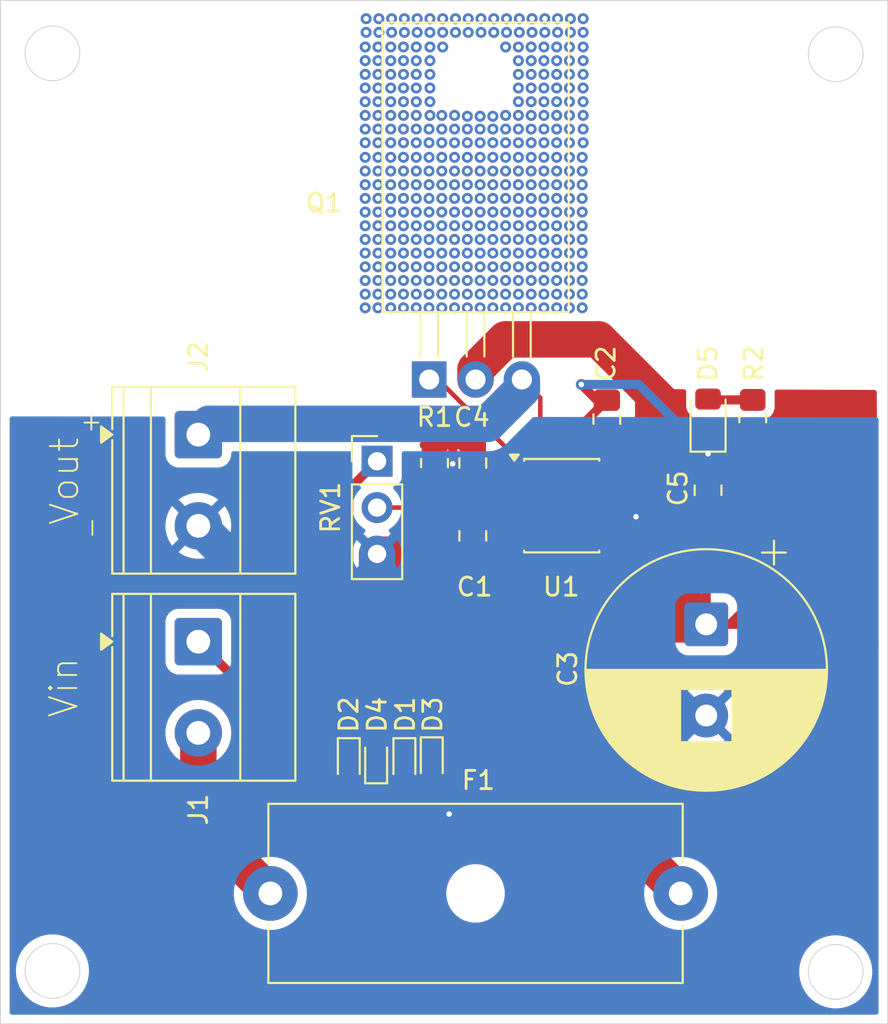
<source format=kicad_pcb>
(kicad_pcb (version 20241229) (generator "pcbnew") (generator_version "9.0")
  (layers (0 "F.Cu" signal) (2 "B.Cu" signal) (13 "F.Paste" user) (15 "B.Paste" user) (5 "F.SilkS" user "F.Silkscreen") (7 "B.SilkS" user "B.Silkscreen") (1 "F.Mask" user) (3 "B.Mask" user) (25 "Edge.Cuts" user))
  (net 0 "")
  (net 1 "Net-(U1A-+)")
  (net 2 "GND")
  (net 3 "VCC")
  (net 4 "Net-(J2-Pin_1)")
  (net 5 "Net-(D1-K)")
  (net 6 "Net-(D2-K)")
  (net 7 "Net-(D5-A)")
  (net 8 "Net-(J1-Pin_2)")
  (net 9 "Net-(Q1-B)")
  (footprint "Capacitor_SMD:C_0805_2012Metric_Pad1.18x1.45mm_HandSolder" (layer "F.Cu") (at 140.3 90.5975 90)
    (property "Reference" "C2" (at 3.0475 -0.05 90) (layer "F.SilkS"))
    (property "Value" "100n")
    (pad "1" smd roundrect (at -1.0375 0 90) (size 1.175 1.45) (layers "F.Cu" "F.Mask" "F.Paste") (roundrect_rratio 0.212766) (net 3 "VCC"))
    (pad "2" smd roundrect (at 1.0375 0 90) (size 1.175 1.45) (layers "F.Cu" "F.Mask" "F.Paste") (roundrect_rratio 0.212766) (net 2 "GND"))
  )
  (footprint "Resistor_SMD:R_0805_2012Metric_Pad1.20x1.40mm_HandSolder" (layer "F.Cu") (at 130.85 93.01 90)
    (property "Reference" "R1" (at 2.51 0 180) (layer "F.SilkS"))
    (property "Value" "100k")
    (pad "1" smd roundrect (at -1 0 90) (size 1.2 1.4) (layers "F.Cu" "F.Mask" "F.Paste") (roundrect_rratio 0.208333) (net 4 "Net-(J2-Pin_1)"))
    (pad "2" smd roundrect (at 1 0 90) (size 1.2 1.4) (layers "F.Cu" "F.Mask" "F.Paste") (roundrect_rratio 0.208333) (net 2 "GND"))
  )
  (footprint "Diode_SMD:D_SOD-523" (layer "F.Cu") (at 126.15 109.35 -90)
    (property "Reference" "D4" (at -2.55 -1.55 90) (layer "F.SilkS"))
    (property "Value" "M7")
    (pad "1" smd roundrect (at -0.7 0 90) (size 0.6 0.7) (layers "F.Cu" "F.Mask" "F.Paste") (net 3 "VCC"))
    (pad "2" smd roundrect (at 0.7 0 90) (size 0.6 0.7) (layers "F.Cu" "F.Mask" "F.Paste") (net 6 "Net-(D2-K)"))
  )
  (footprint "Diode_SMD:D_SOD-523" (layer "F.Cu") (at 130.7 109.305 -90)
    (property "Reference" "D3" (at -2.505 -0.05 90) (layer "F.SilkS"))
    (property "Value" "M7")
    (pad "1" smd roundrect (at -0.7 0 90) (size 0.6 0.7) (layers "F.Cu" "F.Mask" "F.Paste") (net 3 "VCC"))
    (pad "2" smd roundrect (at 0.7 0 90) (size 0.6 0.7) (layers "F.Cu" "F.Mask" "F.Paste") (net 5 "Net-(D1-K)"))
  )
  (footprint "Package_SO:SOIC-8_3.9x4.9mm_P1.27mm" (layer "F.Cu") (at 137.825 95.345)
    (property "Reference" "U1" (at -0.025 4.455 0) (layer "F.SilkS"))
    (property "Value" "LM358")
    (pad "1" smd roundrect (at -2.475 -1.905) (size 1.95 0.6) (layers "F.Cu" "F.Mask" "F.Paste") (net 9 "Net-(Q1-B)"))
    (pad "2" smd roundrect (at -2.475 -0.635) (size 1.95 0.6) (layers "F.Cu" "F.Mask" "F.Paste") (net 4 "Net-(J2-Pin_1)"))
    (pad "3" smd roundrect (at -2.475 0.635) (size 1.95 0.6) (layers "F.Cu" "F.Mask" "F.Paste") (net 1 "Net-(U1A-+)"))
    (pad "4" smd roundrect (at -2.475 1.905) (size 1.95 0.6) (layers "F.Cu" "F.Mask" "F.Paste") (net 2 "GND"))
    (pad "5" smd roundrect (at 2.475 1.905) (size 1.95 0.6) (layers "F.Cu" "F.Mask" "F.Paste") (net 2 "GND"))
    (pad "6" smd roundrect (at 2.475 0.635) (size 1.95 0.6) (layers "F.Cu" "F.Mask" "F.Paste") (net 2 "GND"))
    (pad "7" smd roundrect (at 2.475 -0.635) (size 1.95 0.6) (layers "F.Cu" "F.Mask" "F.Paste"))
    (pad "8" smd roundrect (at 2.475 -1.905) (size 1.95 0.6) (layers "F.Cu" "F.Mask" "F.Paste") (net 3 "VCC"))
  )
  (footprint "Package_TO_SOT_THT:TO-220-3_Horizontal_TabDown" (layer "F.Cu") (at 130.56 88.43)
    (property "Reference" "Q1" (at -5.76 -9.68 0) (layer "F.SilkS"))
    (property "Value" "TIP127")
    (pad "" np_thru_hole circle (at 2.54 -16.66) (size 3.5 3.5) (drill 3.5) (layers "*.Cu" "*.Mask"))
    (pad "1" thru_hole rect (at 0 0) (size 1.905 2) (drill 1.1) (layers "*.Cu" "*.Mask") (net 9 "Net-(Q1-B)"))
    (pad "2" thru_hole oval (at 2.54 0) (size 1.905 2) (drill 1.1) (layers "*.Cu" "*.Mask") (net 3 "VCC"))
    (pad "3" thru_hole oval (at 5.08 0) (size 1.905 2) (drill 1.1) (layers "*.Cu" "*.Mask") (net 4 "Net-(J2-Pin_1)"))
  )
  (footprint "Capacitor_SMD:C_0805_2012Metric_Pad1.18x1.45mm_HandSolder" (layer "F.Cu") (at 132.95 96.9975 -90)
    (property "Reference" "C1" (at 2.8025 -0.1 180) (layer "F.SilkS"))
    (property "Value" "100n")
    (pad "1" smd roundrect (at -1.0375 0 270) (size 1.175 1.45) (layers "F.Cu" "F.Mask" "F.Paste") (roundrect_rratio 0.212766) (net 1 "Net-(U1A-+)"))
    (pad "2" smd roundrect (at 1.0375 0 270) (size 1.175 1.45) (layers "F.Cu" "F.Mask" "F.Paste") (roundrect_rratio 0.212766) (net 2 "GND"))
  )
  (footprint "LED_SMD:LED_0805_2012Metric_Pad1.15x1.40mm_HandSolder" (layer "F.Cu") (at 145.85 90.525 90)
    (property "Reference" "D5" (at 2.975 0 90) (layer "F.SilkS"))
    (property "Value" "LED")
    (pad "1" smd roundrect (at -1.025 0 90) (size 1.15 1.4) (layers "F.Cu" "F.Mask" "F.Paste") (roundrect_rratio 0.217391) (net 2 "GND"))
    (pad "2" smd roundrect (at 1.025 0 90) (size 1.15 1.4) (layers "F.Cu" "F.Mask" "F.Paste") (roundrect_rratio 0.217391) (net 7 "Net-(D5-A)"))
  )
  (footprint "Capacitor_SMD:C_0805_2012Metric_Pad1.18x1.45mm_HandSolder" (layer "F.Cu") (at 145.85 94.5 90)
    (property "Reference" "C5" (at 0.1 -1.65 90) (layer "F.SilkS"))
    (property "Value" "100n")
    (pad "1" smd roundrect (at -1.0375 0 90) (size 1.175 1.45) (layers "F.Cu" "F.Mask" "F.Paste") (roundrect_rratio 0.212766) (net 3 "VCC"))
    (pad "2" smd roundrect (at 1.0375 0 90) (size 1.175 1.45) (layers "F.Cu" "F.Mask" "F.Paste") (roundrect_rratio 0.212766) (net 2 "GND"))
  )
  (footprint "Capacitor_THT:CP_Radial_D13.0mm_P5.00mm" (layer "F.Cu") (at 145.75 101.85 -90)
    (property "Reference" "C3" (at 2.45 7.6 90) (layer "F.SilkS"))
    (property "Value" "1000u 50V")
    (pad "1" thru_hole roundrect (at 0 0 270) (size 2.4 2.4) (drill 1.2) (layers "*.Cu" "*.Mask") (roundrect_rratio 0.104167) (net 3 "VCC"))
    (pad "2" thru_hole circle (at 5 0 270) (size 2.4 2.4) (drill 1.2) (layers "*.Cu" "*.Mask") (net 2 "GND"))
  )
  (footprint "Capacitor_SMD:C_0805_2012Metric_Pad1.18x1.45mm_HandSolder" (layer "F.Cu") (at 132.95 93.01 90)
    (property "Reference" "C4" (at 2.51 -0.05 180) (layer "F.SilkS"))
    (property "Value" "100n")
    (pad "1" smd roundrect (at -1.0375 0 90) (size 1.175 1.45) (layers "F.Cu" "F.Mask" "F.Paste") (roundrect_rratio 0.212766) (net 4 "Net-(J2-Pin_1)"))
    (pad "2" smd roundrect (at 1.0375 0 90) (size 1.175 1.45) (layers "F.Cu" "F.Mask" "F.Paste") (roundrect_rratio 0.212766) (net 2 "GND"))
  )
  (footprint "TerminalBlock_Phoenix:TerminalBlock_Phoenix_MKDS-1,5-2_1x02_P5.00mm_Horizontal" (layer "F.Cu") (at 117.9 91.45 -90)
    (property "Reference" "J2" (at -4.25 0 90) (layer "F.SilkS"))
    (property "Value" "Saida")
    (pad "1" thru_hole roundrect (at 0 0 270) (size 2.6 2.6) (drill 1.3) (layers "*.Cu" "*.Mask") (roundrect_rratio 0.096154) (net 4 "Net-(J2-Pin_1)"))
    (pad "2" thru_hole circle (at 5 0 270) (size 2.6 2.6) (drill 1.3) (layers "*.Cu" "*.Mask") (net 2 "GND"))
  )
  (footprint "Diode_SMD:D_SOD-523" (layer "F.Cu") (at 129.2 109.35 -90)
    (property "Reference" "D1" (at -2.55 -0.05 90) (layer "F.SilkS"))
    (property "Value" "M7")
    (pad "1" smd roundrect (at -0.7 0 90) (size 0.6 0.7) (layers "F.Cu" "F.Mask" "F.Paste") (net 5 "Net-(D1-K)"))
    (pad "2" smd roundrect (at 0.7 0 90) (size 0.6 0.7) (layers "F.Cu" "F.Mask" "F.Paste") (net 2 "GND"))
  )
  (footprint "Connector_PinHeader_2.54mm:PinHeader_1x03_P2.54mm_Vertical" (layer "F.Cu") (at 127.7 92.91)
    (property "Reference" "RV1" (at -2.55 2.54 90) (layer "F.SilkS"))
    (property "Value" "100k")
    (pad "1" thru_hole rect (at 0 0) (size 1.7 1.7) (drill 1) (layers "*.Cu" "*.Mask") (net 3 "VCC"))
    (pad "2" thru_hole circle (at 0 2.54) (size 1.7 1.7) (drill 1) (layers "*.Cu" "*.Mask") (net 1 "Net-(U1A-+)"))
    (pad "3" thru_hole circle (at 0 5.08) (size 1.7 1.7) (drill 1) (layers "*.Cu" "*.Mask") (net 2 "GND"))
  )
  (footprint "TerminalBlock_Phoenix:TerminalBlock_Phoenix_MKDS-1,5-2_1x02_P5.00mm_Horizontal" (layer "F.Cu") (at 117.9 102.8 -90)
    (property "Reference" "J1" (at 9.2 0 90) (layer "F.SilkS"))
    (property "Value" "Entrada")
    (pad "1" thru_hole roundrect (at 0 0 270) (size 2.6 2.6) (drill 1.3) (layers "*.Cu" "*.Mask") (roundrect_rratio 0.096154) (net 6 "Net-(D2-K)"))
    (pad "2" thru_hole circle (at 5 0 270) (size 2.6 2.6) (drill 1.3) (layers "*.Cu" "*.Mask") (net 8 "Net-(J1-Pin_2)"))
  )
  (footprint "Diode_SMD:D_SOD-523" (layer "F.Cu") (at 127.65 109.305 90)
    (property "Reference" "D2" (at 2.505 -1.5 90) (layer "F.SilkS"))
    (property "Value" "M7")
    (pad "1" smd roundrect (at -0.7 0 270) (size 0.6 0.7) (layers "F.Cu" "F.Mask" "F.Paste") (net 6 "Net-(D2-K)"))
    (pad "2" smd roundrect (at 0.7 0 270) (size 0.6 0.7) (layers "F.Cu" "F.Mask" "F.Paste") (net 2 "GND"))
  )
  (footprint "Fuse:Fuseholder_Cylinder-5x20mm_Schurter_0031_8201_Horizontal_Open" (layer "F.Cu") (at 121.85 116.6)
    (property "Reference" "F1" (at 11.4 -6.2 0) (layer "F.SilkS"))
    (property "Value" "Fuse")
    (pad "" np_thru_hole circle (at 11.25 0) (size 2.7 2.7) (drill 2.7) (layers "*.Cu" "*.Mask"))
    (pad "1" thru_hole circle (at 0 0) (size 3 3) (drill 1.3) (layers "*.Cu" "*.Mask") (net 8 "Net-(J1-Pin_2)"))
    (pad "2" thru_hole circle (at 22.5 0) (size 3 3) (drill 1.3) (layers "*.Cu" "*.Mask") (net 5 "Net-(D1-K)"))
  )
  (footprint "Resistor_SMD:R_0805_2012Metric_Pad1.20x1.40mm_HandSolder" (layer "F.Cu") (at 148.3 90.5475 90)
    (property "Reference" "R2" (at 2.9975 0.05 90) (layer "F.SilkS"))
    (property "Value" "1k")
    (pad "1" smd roundrect (at -1 0 90) (size 1.2 1.4) (layers "F.Cu" "F.Mask" "F.Paste") (roundrect_rratio 0.208333) (net 3 "VCC"))
    (pad "2" smd roundrect (at 1 0 90) (size 1.2 1.4) (layers "F.Cu" "F.Mask" "F.Paste") (roundrect_rratio 0.208333) (net 7 "Net-(D5-A)"))
  )
  (gr_circle (center 109.9 120.85) (end 111.4 120.85) (stroke (width 0.05)) (fill no) (layer "Edge.Cuts"))
  (gr_circle (center 152.85 70.6) (end 154.35 70.6) (stroke (width 0.05)) (fill no) (layer "Edge.Cuts"))
  (gr_rect (start 107.05 67.65) (end 155.7 123.75) (stroke (width 0.05)) (fill no) (layer "Edge.Cuts"))
  (gr_circle (center 109.9 70.55) (end 111.4 70.55) (stroke (width 0.05)) (fill no) (layer "Edge.Cuts"))
  (gr_circle (center 152.85 120.9) (end 154.35 120.9) (stroke (width 0.05)) (fill no) (layer "Edge.Cuts"))
  (gr_text "+" (at 111.35 91.3 0) (layer "F.SilkS") (effects (font (size 1 1) (thickness 0.1)) (justify left bottom)))
  (gr_text "Vin" (at 111.4 107.05 90) (layer "F.SilkS") (effects (font (size 1.5 1.5) (thickness 0.1)) (justify left bottom)))
  (gr_text "Vout" (at 111.45 96.5 90) (layer "F.SilkS") (effects (font (size 1.5 1.5) (thickness 0.1)) (justify left bottom)))
  (gr_text "-" (at 112.6 97.25 90) (layer "F.SilkS") (effects (font (size 1 1) (thickness 0.1)) (justify left bottom)))
  (segment (start 132.51 95.96) (end 132 95.45) (width 0.25) (layer "F.Cu") (net 1))
  (segment (start 132.97 95.98) (end 132.95 95.96) (width 0.25) (layer "F.Cu") (net 1))
  (segment (start 132.95 95.96) (end 132.51 95.96) (width 0.25) (layer "F.Cu") (net 1))
  (segment (start 132 95.45) (end 127.7 95.45) (width 0.25) (layer "F.Cu") (net 1))
  (segment (start 135.35 95.98) (end 132.97 95.98) (width 0.25) (layer "F.Cu") (net 1))
  (segment (start 130.85 92.01) (end 131.85 92.01) (width 0.5) (layer "F.Cu") (net 2))
  (segment (start 140.3 95.98) (end 139.325001 95.98) (width 0.5) (layer "F.Cu") (net 2))
  (segment (start 140.3 97.25) (end 140.3 95.98) (width 0.5) (layer "F.Cu") (net 2))
  (segment (start 145.85 93.4625) (end 145.85 92.5) (width 0.5) (layer "F.Cu") (net 2))
  (segment (start 127.745 98.035) (end 127.7 97.99) (width 2) (layer "F.Cu") (net 2))
  (segment (start 138.874 95.528999) (end 138.874 90.986) (width 0.5) (layer "F.Cu") (net 2))
  (segment (start 135.35 97.25) (end 140.3 97.25) (width 0.5) (layer "F.Cu") (net 2))
  (segment (start 131.85 92.01) (end 131.85 93.05) (width 0.5) (layer "F.Cu") (net 2))
  (segment (start 132.9125 92.01) (end 132.95 91.9725) (width 0.5) (layer "F.Cu") (net 2))
  (segment (start 141.87 95.98) (end 141.9 95.95) (width 0.5) (layer "F.Cu") (net 2))
  (segment (start 138.874 90.986) (end 140.3 89.56) (width 0.5) (layer "F.Cu") (net 2))
  (segment (start 129.2 110.05) (end 129.095 110.05) (width 0.5) (layer "F.Cu") (net 2))
  (segment (start 140.3 95.98) (end 141.87 95.98) (width 0.5) (layer "F.Cu") (net 2))
  (segment (start 134.565 98.035) (end 135.35 97.25) (width 0.5) (layer "F.Cu") (net 2))
  (segment (start 130.842976 112.25) (end 131.65 112.25) (width 0.5) (layer "F.Cu") (net 2))
  (segment (start 139.76 89.56) (end 138.9 88.7) (width 0.5) (layer "F.Cu") (net 2))
  (segment (start 129.2 110.05) (end 129.2 110.607024) (width 0.5) (layer "F.Cu") (net 2))
  (segment (start 130.85 92.01) (end 130.29 92.01) (width 0.5) (layer "F.Cu") (net 2))
  (segment (start 129.2 110.607024) (end 130.842976 112.25) (width 0.5) (layer "F.Cu") (net 2))
  (segment (start 129.095 110.05) (end 127.65 108.605) (width 0.5) (layer "F.Cu") (net 2))
  (segment (start 145.85 92.5) (end 145.85 91.55) (width 0.5) (layer "F.Cu") (net 2))
  (segment (start 132.95 98.035) (end 127.745 98.035) (width 2) (layer "F.Cu") (net 2))
  (segment (start 139.325001 95.98) (end 138.874 95.528999) (width 0.5) (layer "F.Cu") (net 2))
  (segment (start 132.95 98.035) (end 134.565 98.035) (width 0.5) (layer "F.Cu") (net 2))
  (segment (start 140.3 89.56) (end 139.76 89.56) (width 0.5) (layer "F.Cu") (net 2))
  (segment (start 131.85 92.01) (end 132.9125 92.01) (width 0.5) (layer "F.Cu") (net 2))
  (via (at 141.9 95.95) (size 0.6) (drill 0.3) (layers "F.Cu" "B.Cu") (net 2))
  (via (at 145.85 92.5) (size 0.6) (drill 0.3) (layers "F.Cu" "B.Cu") (net 2))
  (via (at 131.85 93.05) (size 0.6) (drill 0.3) (layers "F.Cu" "B.Cu") (net 2))
  (via (at 138.9 88.7) (size 0.6) (drill 0.3) (layers "F.Cu" "B.Cu") (net 2))
  (via (at 131.65 112.25) (size 0.6) (drill 0.3) (layers "F.Cu" "B.Cu") (net 2))
  (segment (start 142.05 88.7) (end 145.85 92.5) (width 0.5) (layer "B.Cu") (net 2))
  (segment (start 142.4 95.95) (end 145.85 92.5) (width 0.5) (layer "B.Cu") (net 2))
  (segment (start 128.3 106.85) (end 127.7 106.25) (width 2) (layer "B.Cu") (net 2))
  (segment (start 127.7 106.25) (end 127.7 97.99) (width 2) (layer "B.Cu") (net 2))
  (segment (start 131.65 112.25) (end 134.05 109.85) (width 0.5) (layer "B.Cu") (net 2))
  (segment (start 145.75 106.85) (end 134.05 106.85) (width 2) (layer "B.Cu") (net 2))
  (segment (start 128.3 106.85) (end 117.9 96.45) (width 2) (layer "B.Cu") (net 2))
  (segment (start 131.85 93.84) (end 127.7 97.99) (width 0.5) (layer "B.Cu") (net 2))
  (segment (start 138.9 88.7) (end 142.05 88.7) (width 0.5) (layer "B.Cu") (net 2))
  (segment (start 134.05 106.85) (end 128.3 106.85) (width 2) (layer "B.Cu") (net 2))
  (segment (start 134.05 109.85) (end 134.05 106.85) (width 0.5) (layer "B.Cu") (net 2))
  (segment (start 141.9 95.95) (end 142.4 95.95) (width 0.5) (layer "B.Cu") (net 2))
  (segment (start 131.85 93.05) (end 131.85 93.84) (width 0.5) (layer "B.Cu") (net 2))
  (segment (start 147.7 96.9) (end 147.7 96.6) (width 0.5) (layer "F.Cu") (net 3))
  (segment (start 131.4 101.85) (end 145.75 101.85) (width 2) (layer "F.Cu") (net 3))
  (segment (start 139.84045 86.229) (end 134.747991 86.229) (width 2) (layer "F.Cu") (net 3))
  (segment (start 143.624 91.6) (end 143.589 91.635) (width 0.5) (layer "F.Cu") (net 3))
  (segment (start 143.624 90.01255) (end 139.84045 86.229) (width 2) (layer "F.Cu") (net 3))
  (segment (start 147.7 101.2) (end 147.7 96.9) (width 0.5) (layer "F.Cu") (net 3))
  (segment (start 147.7 96.6) (end 148.3 96) (width 0.5) (layer "F.Cu") (net 3))
  (segment (start 127.7 92.91) (end 126.15 94.46) (width 0.5) (layer "F.Cu") (net 3))
  (segment (start 148.3 96) (end 148.3 91.5475) (width 0.5) (layer "F.Cu") (net 3))
  (segment (start 143.624 99.724) (end 143.624 93.4) (width 2) (layer "F.Cu") (net 3))
  (segment (start 146.3375 95.5375) (end 145.85 95.5375) (width 0.5) (layer "F.Cu") (net 3))
  (segment (start 145.75 101.85) (end 147.05 101.85) (width 0.5) (layer "F.Cu") (net 3))
  (segment (start 126.15 107.1) (end 131.4 101.85) (width 2) (layer "F.Cu") (net 3))
  (segment (start 130.7 108.605) (end 129.195 107.1) (width 0.5) (layer "F.Cu") (net 3))
  (segment (start 126.15 94.46) (end 126.15 107.1) (width 0.5) (layer "F.Cu") (net 3))
  (segment (start 147.7 96.9) (end 146.3375 95.5375) (width 0.5) (layer "F.Cu") (net 3))
  (segment (start 145.75 101.85) (end 143.624 99.724) (width 2) (layer "F.Cu") (net 3))
  (segment (start 143.624 91.6) (end 143.624 90.01255) (width 2) (layer "F.Cu") (net 3))
  (segment (start 147.05 101.85) (end 147.7 101.2) (width 0.5) (layer "F.Cu") (net 3))
  (segment (start 133.1 87.876991) (end 133.1 88.43) (width 2) (layer "F.Cu") (net 3))
  (segment (start 143.589 91.635) (end 140.3 91.635) (width 0.5) (layer "F.Cu") (net 3))
  (segment (start 129.195 107.1) (end 126.15 107.1) (width 0.5) (layer "F.Cu") (net 3))
  (segment (start 143.624 93.4) (end 143.624 91.6) (width 2) (layer "F.Cu") (net 3))
  (segment (start 142.56 93.44) (end 140.3 93.44) (width 0.5) (layer "F.Cu") (net 3))
  (segment (start 143.624 93.4) (end 142.6 93.4) (width 0.5) (layer "F.Cu") (net 3))
  (segment (start 126.15 107.1) (end 126.15 108.65) (width 0.5) (layer "F.Cu") (net 3))
  (segment (start 142.6 93.4) (end 142.56 93.44) (width 0.5) (layer "F.Cu") (net 3))
  (segment (start 134.747991 86.229) (end 133.1 87.876991) (width 2) (layer "F.Cu") (net 3))
  (segment (start 146.05 95.7375) (end 145.85 95.5375) (width 0.5) (layer "F.Cu") (net 3))
  (via (at 127.8 69.4) (size 0.6) (drill 0.3) (layers "F.Cu" "B.Cu") (net 3))
  (via (at 138.95 80) (size 0.6) (drill 0.3) (layers "F.Cu" "B.Cu") (net 3))
  (via (at 127.75 75.45) (size 0.6) (drill 0.3) (layers "F.Cu" "B.Cu") (net 3))
  (via (at 135.45 70.95) (size 0.6) (drill 0.3) (layers "F.Cu" "B.Cu") (net 3))
  (via (at 133.35 74) (size 0.6) (drill 0.3) (layers "F.Cu" "B.Cu") (net 3))
  (via (at 137.55 81.5) (size 0.6) (drill 0.3) (layers "F.Cu" "B.Cu") (net 3))
  (via (at 135.45 70.2) (size 0.6) (drill 0.3) (layers "F.Cu" "B.Cu") (net 3))
  (via (at 136.85 81.5) (size 0.6) (drill 0.3) (layers "F.Cu" "B.Cu") (net 3))
  (via (at 129.85 81.5) (size 0.6) (drill 0.3) (layers "F.Cu" "B.Cu") (net 3))
  (via (at 129.9 69.4) (size 0.6) (drill 0.3) (layers "F.Cu" "B.Cu") (net 3))
  (via (at 138.95 76.25) (size 0.6) (drill 0.3) (layers "F.Cu" "B.Cu") (net 3))
  (via (at 134.75 84.5) (size 0.6) (drill 0.3) (layers "F.Cu" "B.Cu") (net 3))
  (via (at 138.25 73.2) (size 0.6) (drill 0.3) (layers "F.Cu" "B.Cu") (net 3))
  (via (at 127.75 71.7) (size 0.6) (drill 0.3) (layers "F.Cu" "B.Cu") (net 3))
  (via (at 131.25 73.95) (size 0.6) (drill 0.3) (layers "F.Cu" "B.Cu") (net 3))
  (via (at 136.85 71.7) (size 0.6) (drill 0.3) (layers "F.Cu" "B.Cu") (net 3))
  (via (at 130.6 70.95) (size 0.6) (drill 0.3) (layers "F.Cu" "B.Cu") (net 3))
  (via (at 134.75 80.75) (size 0.6) (drill 0.3) (layers "F.Cu" "B.Cu") (net 3))
  (via (at 134.75 77) (size 0.6) (drill 0.3) (layers "F.Cu" "B.Cu") (net 3))
  (via (at 138.3 68.65) (size 0.6) (drill 0.3) (layers "F.Cu" "B.Cu") (net 3))
  (via (at 132.65 84.5) (size 0.6) (drill 0.3) (layers "F.Cu" "B.Cu") (net 3))
  (via (at 129.15 75.45) (size 0.6) (drill 0.3) (layers "F.Cu" "B.Cu") (net 3))
  (via (at 136.15 77.75) (size 0.6) (drill 0.3) (layers "F.Cu" "B.Cu") (net 3))
  (via (at 131.25 82.25) (size 0.6) (drill 0.3) (layers "F.Cu" "B.Cu") (net 3))
  (via (at 136.85 83) (size 0.6) (drill 0.3) (layers "F.Cu" "B.Cu") (net 3))
  (via (at 132 68.65) (size 0.6) (drill 0.3) (layers "F.Cu" "B.Cu") (net 3))
  (via (at 137.55 78.5) (size 0.6) (drill 0.3) (layers "F.Cu" "B.Cu") (net 3))
  (via (at 128.45 75.45) (size 0.6) (drill 0.3) (layers "F.Cu" "B.Cu") (net 3))
  (via (at 129.15 80.75) (size 0.6) (drill 0.3) (layers "F.Cu" "B.Cu") (net 3))
  (via (at 137.55 70.2) (size 0.6) (drill 0.3) (layers "F.Cu" "B.Cu") (net 3))
  (via (at 129.85 74.7) (size 0.6) (drill 0.3) (layers "F.Cu" "B.Cu") (net 3))
  (via (at 133.35 79.25) (size 0.6) (drill 0.3) (layers "F.Cu" "B.Cu") (net 3))
  (via (at 135.45 79.25) (size 0.6) (drill 0.3) (layers "F.Cu" "B.Cu") (net 3))
  (via (at 138.95 81.5) (size 0.6) (drill 0.3) (layers "F.Cu" "B.Cu") (net 3))
  (via (at 138.25 72.45) (size 0.6) (drill 0.3) (layers "F.Cu" "B.Cu") (net 3))
  (via (at 133.35 80.75) (size 0.6) (drill 0.3) (layers "F.Cu" "B.Cu") (net 3))
  (via (at 134.05 80.75) (size 0.6) (drill 0.3) (layers "F.Cu" "B.Cu") (net 3))
  (via (at 135.45 75.45) (size 0.6) (drill 0.3) (layers "F.Cu" "B.Cu") (net 3))
  (via (at 137.55 79.25) (size 0.6) (drill 0.3) (layers "F.Cu" "B.Cu") (net 3))
  (via (at 132.65 78.5) (size 0.6) (drill 0.3) (layers "F.Cu" "B.Cu") (net 3))
  (via (at 130.6 71.7) (size 0.6) (drill 0.3) (layers "F.Cu" "B.Cu") (net 3))
  (via (at 128.45 70.2) (size 0.6) (drill 0.3) (layers "F.Cu" "B.Cu") (net 3))
  (via (at 136.85 80) (size 0.6) (drill 0.3) (layers "F.Cu" "B.Cu") (net 3))
  (via (at 129.85 84.5) (size 0.6) (drill 0.3) (layers "F.Cu" "B.Cu") (net 3))
  (via (at 131.25 77) (size 0.6) (drill 0.3) (layers "F.Cu" "B.Cu") (net 3))
  (via (at 134.1 69.4) (size 0.6) (drill 0.3) (layers "F.Cu" "B.Cu") (net 3))
  (via (at 130.6 73.2) (size 0.6) (drill 0.3) (layers "F.Cu" "B.Cu") (net 3))
  (via (at 138.25 76.25) (size 0.6) (drill 0.3) (layers "F.Cu" "B.Cu") (net 3))
  (via (at 132.65 76.25) (size 0.6) (drill 0.3) (layers "F.Cu" "B.Cu") (net 3))
  (via (at 136.15 81.5) (size 0.6) (drill 0.3) (layers "F.Cu" "B.Cu") (net 3))
  (via (at 130.55 80.75) (size 0.6) (drill 0.3) (layers "F.Cu" "B.Cu") (net 3))
  (via (at 136.15 78.5) (size 0.6) (drill 0.3) (layers "F.Cu" "B.Cu") (net 3))
  (via (at 138.25 70.95) (size 0.6) (drill 0.3) (layers "F.Cu" "B.Cu") (net 3))
  (via (at 135.5 69.4) (size 0.6) (drill 0.3) (layers "F.Cu" "B.Cu") (net 3))
  (via (at 128.45 73.95) (size 0.6) (drill 0.3) (layers "F.Cu" "B.Cu") (net 3))
  (via (at 128.45 71.7) (size 0.6) (drill 0.3) (layers "F.Cu" "B.Cu") (net 3))
  (via (at 136.85 76.25) (size 0.6) (drill 0.3) (layers "F.Cu" "B.Cu") (net 3))
  (via (at 136.85 77) (size 0.6) (drill 0.3) (layers "F.Cu" "B.Cu") (net 3))
  (via (at 138.25 75.45) (size 0.6) (drill 0.3) (layers "F.Cu" "B.Cu") (net 3))
  (via (at 127.05 72.45) (size 0.6) (drill 0.3) (layers "F.Cu" "B.Cu") (net 3))
  (via (at 139 68.65) (size 0.6) (drill 0.3) (layers "F.Cu" "B.Cu") (net 3))
  (via (at 131.95 80.75) (size 0.6) (drill 0.3) (layers "F.Cu" "B.Cu") (net 3))
  (via (at 129.85 73.95) (size 0.6) (drill 0.3) (layers "F.Cu" "B.Cu") (net 3))
  (via (at 127.05 77.75) (size 0.6) (drill 0.3) (layers "F.Cu" "B.Cu") (net 3))
  (via (at 138.95 84.5) (size 0.6) (drill 0.3) (layers "F.Cu" "B.Cu") (net 3))
  (via (at 130.6 69.4) (size 0.6) (drill 0.3) (layers "F.Cu" "B.Cu") (net 3))
  (via (at 134.75 70.2) (size 0.6) (drill 0.3) (layers "F.Cu" "B.Cu") (net 3))
  (via (at 131.25 80) (size 0.6) (drill 0.3) (layers "F.Cu" "B.Cu") (net 3))
  (via (at 129.85 77) (size 0.6) (drill 0.3) (layers "F.Cu" "B.Cu") (net 3))
  (via (at 128.45 80) (size 0.6) (drill 0.3) (layers "F.Cu" "B.Cu") (net 3))
  (via (at 129.15 79.25) (size 0.6) (drill 0.3) (layers "F.Cu" "B.Cu") (net 3))
  (via (at 129.85 77.75) (size 0.6) (drill 0.3) (layers "F.Cu" "B.Cu") (net 3))
  (via (at 129.85 73.2) (size 0.6) (drill 0.3) (layers "F.Cu" "B.Cu") (net 3))
  (via (at 132.65 83.75) (size 0.6) (drill 0.3) (layers "F.Cu" "B.Cu") (net 3))
  (via (at 136.15 80) (size 0.6) (drill 0.3) (layers "F.Cu" "B.Cu") (net 3))
  (via (at 134.05 82.25) (size 0.6) (drill 0.3) (layers "F.Cu" "B.Cu") (net 3))
  (via (at 127.75 80.75) (size 0.6) (drill 0.3) (layers "F.Cu" "B.Cu") (net 3))
  (via (at 130.55 80) (size 0.6) (drill 0.3) (layers "F.Cu" "B.Cu") (net 3))
  (via (at 129.15 77) (size 0.6) (drill 0.3) (layers "F.Cu" "B.Cu") (net 3))
  (via (at 137.55 77) (size 0.6) (drill 0.3) (layers "F.Cu" "B.Cu") (net 3))
  (via (at 127.75 72.45) (size 0.6) (drill 0.3) (layers "F.Cu" "B.Cu") (net 3))
  (via (at 128.45 74.7) (size 0.6) (drill 0.3) (layers "F.Cu" "B.Cu") (net 3))
  (via (at 129.15 74.7) (size 0.6) (drill 0.3) (layers "F.Cu" "B.Cu") (net 3))
  (via (at 136.15 70.95) (size 0.6) (drill 0.3) (layers "F.Cu" "B.Cu") (net 3))
  (via (at 138.25 83) (size 0.6) (drill 0.3) (layers "F.Cu" "B.Cu") (net 3))
  (via (at 138.95 79.25) (size 0.6) (drill 0.3) (layers "F.Cu" "B.Cu") (net 3))
  (via (at 127.05 83) (size 0.6) (drill 0.3) (layers "F.Cu" "B.Cu") (net 3))
  (via (at 129.15 73.2) (size 0.6) (drill 0.3) (layers "F.Cu" "B.Cu") (net 3))
  (via (at 131.95 81.5) (size 0.6) (drill 0.3) (layers "F.Cu" "B.Cu") (net 3))
  (via (at 134.75 74.7) (size 0.6) (drill 0.3) (layers "F.Cu" "B.Cu") (net 3))
  (via (at 127.05 70.2) (size 0.6) (drill 0.3) (layers "F.Cu" "B.Cu") (net 3))
  (via (at 131.25 76.25) (size 0.6) (drill 0.3) (layers "F.Cu" "B.Cu") (net 3))
  (via (at 137.55 82.25) (size 0.6) (drill 0.3) (layers "F.Cu" "B.Cu") (net 3))
  (via (at 135.45 80.75) (size 0.6) (drill 0.3) (layers "F.Cu" "B.Cu") (net 3))
  (via (at 132.7 68.65) (size 0.6) (drill 0.3) (layers "F.Cu" "B.Cu") (net 3))
  (via (at 127.05 78.5) (size 0.6) (drill 0.3) (layers "F.Cu" "B.Cu") (net 3))
  (via (at 132.65 79.25) (size 0.6) (drill 0.3) (layers "F.Cu" "B.Cu") (net 3))
  (via (at 129.85 71.7) (size 0.6) (drill 0.3) (layers "F.Cu" "B.Cu") (net 3))
  (via (at 138.25 81.5) (size 0.6) (drill 0.3) (layers "F.Cu" "B.Cu") (net 3))
  (via (at 133.35 83.75) (size 0.6) (drill 0.3) (layers "F.Cu" "B.Cu") (net 3))
  (via (at 138.25 80) (size 0.6) (drill 0.3) (layers "F.Cu" "B.Cu") (net 3))
  (via (at 135.45 83) (size 0.6) (drill 0.3) (layers "F.Cu" "B.Cu") (net 3))
  (via (at 134.75 73.95) (size 0.6) (drill 0.3) (layers "F.Cu" "B.Cu") (net 3))
  (via (at 134.05 74.7) (size 0.6) (drill 0.3) (layers "F.Cu" "B.Cu") (net 3))
  (via (at 133.35 75.45) (size 0.6) (drill 0.3) (layers "F.Cu" "B.Cu") (net 3))
  (via (at 137.55 76.25) (size 0.6) (drill 0.3) (layers "F.Cu" "B.Cu") (net 3))
  (via (at 135.45 76.25) (size 0.6) (drill 0.3) (layers "F.Cu" "B.Cu") (net 3))
  (via (at 138.25 71.7) (size 0.6) (drill 0.3) (layers "F.Cu" "B.Cu") (net 3))
  (via (at 129.15 84.5) (size 0.6) (drill 0.3) (layers "F.Cu" "B.Cu") (net 3))
  (via (at 134.05 84.5) (size 0.6) (drill 0.3) (layers "F.Cu" "B.Cu") (net 3))
  (via (at 131.25 81.5) (size 0.6) (drill 0.3) (layers "F.Cu" "B.Cu") (net 3))
  (via (at 127.05 77) (size 0.6) (drill 0.3) (layers "F.Cu" "B.Cu") (net 3))
  (via (at 134.05 83.75) (size 0.6) (drill 0.3) (layers "F.Cu" "B.Cu") (net 3))
  (via (at 132 69.4) (size 0.6) (drill 0.3) (layers "F.Cu" "B.Cu") (net 3))
  (via (at 129.85 82.25) (size 0.6) (drill 0.3) (layers "F.Cu" "B.Cu") (net 3))
  (via (at 136.15 84.5) (size 0.6) (drill 0.3) (layers "F.Cu" "B.Cu") (net 3))
  (via (at 136.85 70.2) (size 0.6) (drill 0.3) (layers "F.Cu" "B.Cu") (net 3))
  (via (at 132.65 80.75) (size 0.6) (drill 0.3) (layers "F.Cu" "B.Cu") (net 3))
  (via (at 134.75 78.5) (size 0.6) (drill 0.3) (layers "F.Cu" "B.Cu") (net 3))
  (via (at 130.55 83) (size 0.6) (drill 0.3) (layers "F.Cu" "B.Cu") (net 3))
  (via (at 129.85 72.45) (size 0.6) (drill 0.3) (layers "F.Cu" "B.Cu") (net 3))
  (via (at 138.95 83.75) (size 0.6) (drill 0.3) (layers "F.Cu" "B.Cu") (net 3))
  (via (at 135.45 77.75) (size 0.6) (drill 0.3) (layers "F.Cu" "B.Cu") (net 3))
  (via (at 131.3 68.65) (size 0.6) (drill 0.3) (layers "F.Cu" "B.Cu") (net 3))
  (via (at 138.25 84.5) (size 0.6) (drill 0.3) (layers "F.Cu" "B.Cu") (net 3))
  (via (at 136.15 82.25) (size 0.6) (drill 0.3) (layers "F.Cu" "B.Cu") (net 3))
  (via (at 136.85 78.5) (size 0.6) (drill 0.3) (layers "F.Cu" "B.Cu") (net 3))
  (via (at 138.25 82.25) (size 0.6) (drill 0.3) (layers "F.Cu" "B.Cu") (net 3))
  (via (at 133.35 80) (size 0.6) (drill 0.3) (layers "F.Cu" "B.Cu") (net 3))
  (via (at 136.85 70.95) (size 0.6) (drill 0.3) (layers "F.Cu" "B.Cu") (net 3))
  (via (at 127.05 75.45) (size 0.6) (drill 0.3) (layers "F.Cu" "B.Cu") (net 3))
  (via (at 139 71.7) (size 0.6) (drill 0.3) (layers "F.Cu" "B.Cu") (net 3))
  (via (at 127.05 83.75) (size 0.6) (drill 0.3) (layers "F.Cu" "B.Cu") (net 3))
  (via (at 128.45 84.5) (size 0.6) (drill 0.3) (layers "F.Cu" "B.Cu") (net 3))
  (via (at 127.75 79.25) (size 0.6) (drill 0.3) (layers "F.Cu" "B.Cu") (net 3))
  (via (at 127.75 78.5) (size 0.6) (drill 0.3) (layers "F.Cu" "B.Cu") (net 3))
  (via (at 136.15 73.95) (size 0.6) (drill 0.3) (layers "F.Cu" "B.Cu") (net 3))
  (via (at 138.95 77.75) (size 0.6) (drill 0.3) (layers "F.Cu" "B.Cu") (net 3))
  (via (at 135.45 80) (size 0.6) (drill 0.3) (layers "F.Cu" "B.Cu") (net 3))
  (via (at 137.55 70.95) (size 0.6) (drill 0.3) (layers "F.Cu" "B.Cu") (net 3))
  (via (at 132.65 80) (size 0.6) (drill 0.3) (layers "F.Cu" "B.Cu") (net 3))
  (via (at 131.25 83) (size 0.6) (drill 0.3) (layers "F.Cu" "B.Cu") (net 3))
  (via (at 137.55 83.75) (size 0.6) (drill 0.3) (layers "F.Cu" "B.Cu") (net 3))
  (via (at 130.55 77) (size 0.6) (drill 0.3) (layers "F.Cu" "B.Cu") (net 3))
  (via (at 128.45 78.5) (size 0.6) (drill 0.3) (layers "F.Cu" "B.Cu") (net 3))
  (via (at 129.85 78.5) (size 0.6) (drill 0.3) (layers "F.Cu" "B.Cu") (net 3))
  (via (at 127.05 80.75) (size 0.6) (drill 0.3) (layers "F.Cu" "B.Cu") (net 3))
  (via (at 136.15 77) (size 0.6) (drill 0.3) (layers "F.Cu" "B.Cu") (net 3))
  (via (at 138.3 69.4) (size 0.6) (drill 0.3) (layers "F.Cu" "B.Cu") (net 3))
  (via (at 127.05 71.7) (size 0.6) (drill 0.3) (layers "F.Cu" "B.Cu") (net 3))
  (via (at 138.95 82.25) (size 0.6) (drill 0.3) (layers "F.Cu" "B.Cu") (net 3))
  (via (at 139 73.95) (size 0.6) (drill 0.3) (layers "F.Cu" "B.Cu") (net 3))
  (via (at 129.15 76.25) (size 0.6) (drill 0.3) (layers "F.Cu" "B.Cu") (net 3))
  (via (at 130.6 72.45) (size 0.6) (drill 0.3) (layers "F.Cu" "B.Cu") (net 3))
  (via (at 130.55 76.25) (size 0.6) (drill 0.3) (layers "F.Cu" "B.Cu") (net 3))
  (via (at 136.15 71.7) (size 0.6) (drill 0.3) (layers "F.Cu" "B.Cu") (net 3))
  (via (at 139 70.95) (size 0.6) (drill 0.3) (layers "F.Cu" "B.Cu") (net 3))
  (via (at 131.95 74.7) (size 0.6) (drill 0.3) (layers "F.Cu" "B.Cu") (net 3))
  (via (at 138.25 77.75) (size 0.6) (drill 0.3) (layers "F.Cu" "B.Cu") (net 3))
  (via (at 130.55 83.75) (size 0.6) (drill 0.3) (layers "F.Cu" "B.Cu") (net 3))
  (via (at 134.75 83) (size 0.6) (drill 0.3) (layers "F.Cu" "B.Cu") (net 3))
  (via (at 128.5 68.65) (size 0.6) (drill 0.3) (layers "F.Cu" "B.Cu") (net 3))
  (via (at 135.45 73.95) (size 0.6) (drill 0.3) (layers "F.Cu" "B.Cu") (net 3))
  (via (at 136.15 80.75) (size 0.6) (drill 0.3) (layers "F.Cu" "B.Cu") (net 3))
  (via (at 134.75 83.75) (size 0.6) (drill 0.3) (layers "F.Cu" "B.Cu") (net 3))
  (via (at 136.85 79.25) (size 0.6) (drill 0.3) (layers "F.Cu" "B.Cu") (net 3))
  (via (at 139 69.4) (size 0.6) (drill 0.3) (layers "F.Cu" "B.Cu") (net 3))
  (via (at 127.75 70.95) (size 0.6) (drill 0.3) (layers "F.Cu" "B.Cu") (net 3))
  (via (at 131.95 77) (size 0.6) (drill 0.3) (layers "F.Cu" "B.Cu") (net 3))
  (via (at 136.15 72.45) (size 0.6) (drill 0.3) (layers "F.Cu" "B.Cu") (net 3))
  (via (at 127.75 76.25) (size 0.6) (drill 0.3) (layers "F.Cu" "B.Cu") (net 3))
  (via (at 137.55 73.2) (size 0.6) (drill 0.3) (layers "F.Cu" "B.Cu") (net 3))
  (via (at 127.05 70.95) (size 0.6) (drill 0.3) (layers "F.Cu" "B.Cu") (net 3))
  (via (at 131.25 75.45) (size 0.6) (drill 0.3) (layers "F.Cu" "B.Cu") (net 3))
  (via (at 135.45 73.2) (size 0.6) (drill 0.3) (layers "F.Cu" "B.Cu") (net 3))
  (via (at 136.85 84.5) (size 0.6) (drill 0.3) (layers "F.Cu" "B.Cu") (net 3))
  (via (at 138.25 70.2) (size 0.6) (drill 0.3) (layers "F.Cu" "B.Cu") (net 3))
  (via (at 129.15 71.7) (size 0.6) (drill 0.3) (layers "F.Cu" "B.Cu") (net 3))
  (via (at 136.9 68.65) (size 0.6) (drill 0.3) (layers "F.Cu" "B.Cu") (net 3))
  (via (at 130.55 74.7) (size 0.6) (drill 0.3) (layers "F.Cu" "B.Cu") (net 3))
  (via (at 138.25 78.5) (size 0.6) (drill 0.3) (layers "F.Cu" "B.Cu") (net 3))
  (via (at 127.75 74.7) (size 0.6) (drill 0.3) (layers "F.Cu" "B.Cu") (net 3))
  (via (at 138.25 73.95) (size 0.6) (drill 0.3) (layers "F.Cu" "B.Cu") (net 3))
  (via (at 132.65 82.25) (size 0.6) (drill 0.3) (layers "F.Cu" "B.Cu") (net 3))
  (via (at 131.95 82.25) (size 0.6) (drill 0.3) (layers "F.Cu" "B.Cu") (net 3))
  (via (at 134.05 83) (size 0.6) (drill 0.3) (layers "F.Cu" "B.Cu") (net 3))
  (via (at 127.75 84.5) (size 0.6) (drill 0.3) (layers "F.Cu" "B.Cu") (net 3))
  (via (at 131.25 74.7) (size 0.6) (drill 0.3) (layers "F.Cu" "B.Cu") (net 3))
  (via (at 135.45 83.75) (size 0.6) (drill 0.3) (layers "F.Cu" "B.Cu") (net 3))
  (via (at 134.1 68.65) (size 0.6) (drill 0.3) (layers "F.Cu" "B.Cu") (net 3))
  (via (at 133.35 74.7) (size 0.6) (drill 0.3) (layers "F.Cu" "B.Cu") (net 3))
  (via (at 128.45 72.45) (size 0.6) (drill 0.3) (layers "F.Cu" "B.Cu") (net 3))
  (via (at 137.55 74.7) (size 0.6) (drill 0.3) (layers "F.Cu" "B.Cu") (net 3))
  (via (at 127.05 74.7) (size 0.6) (drill 0.3) (layers "F.Cu" "B.Cu") (net 3))
  (via (at 135.45 78.5) (size 0.6) (drill 0.3) (layers "F.Cu" "B.Cu") (net 3))
  (via (at 132.65 81.5) (size 0.6) (drill 0.3) (layers "F.Cu" "B.Cu") (net 3))
  (via (at 127.05 84.5) (size 0.6) (drill 0.3) (layers "F.Cu" "B.Cu") (net 3))
  (via (at 127.05 76.25) (size 0.6) (drill 0.3) (layers "F.Cu" "B.Cu") (net 3))
  (via (at 129.15 73.95) (size 0.6) (drill 0.3) (layers "F.Cu" "B.Cu") (net 3))
  (via (at 139 74.7) (size 0.6) (drill 0.3) (layers "F.Cu" "B.Cu") (net 3))
  (via (at 128.45 79.25) (size 0.6) (drill 0.3) (layers "F.Cu" "B.Cu") (net 3))
  (via (at 128.45 77.75) (size 0.6) (drill 0.3) (layers "F.Cu" "B.Cu") (net 3))
  (via (at 134.75 82.25) (size 0.6) (drill 0.3) (layers "F.Cu" "B.Cu") (net 3))
  (via (at 128.5 69.4) (size 0.6) (drill 0.3) (layers "F.Cu" "B.Cu") (net 3))
  (via (at 127.75 73.95) (size 0.6) (drill 0.3) (layers "F.Cu" "B.Cu") (net 3))
  (via (at 137.6 68.65) (size 0.6) (drill 0.3) (layers "F.Cu" "B.Cu") (net 3))
  (via (at 127.75 77.75) (size 0.6) (drill 0.3) (layers "F.Cu" "B.Cu") (net 3))
  (via (at 132.65 77.75) (size 0.6) (drill 0.3) (layers "F.Cu" "B.Cu") (net 3))
  (via (at 136.85 83.75) (size 0.6) (drill 0.3) (layers "F.Cu" "B.Cu") (net 3))
  (via (at 136.15 79.25) (size 0.6) (drill 0.3) (layers "F.Cu" "B.Cu") (net 3))
  (via (at 130.55 81.5) (size 0.6) (drill 0.3) (layers "F.Cu" "B.Cu") (net 3))
  (via (at 137.55 77.75) (size 0.6) (drill 0.3) (layers "F.Cu" "B.Cu") (net 3))
  (via (at 136.9 69.4) (size 0.6) (drill 0.3) (layers "F.Cu" "B.Cu") (net 3))
  (via (at 127.1 68.65) (size 0.6) (drill 0.3) (layers "F.Cu" "B.Cu") (net 3))
  (via (at 136.85 82.25) (size 0.6) (drill 0.3) (layers "F.Cu" "B.Cu") (net 3))
  (via (at 128.45 70.95) (size 0.6) (drill 0.3) (layers "F.Cu" "B.Cu") (net 3))
  (via (at 137.55 80) (size 0.6) (drill 0.3) (layers "F.Cu" "B.Cu") (net 3))
  (via (at 135.45 84.5) (size 0.6) (drill 0.3) (layers "F.Cu" "B.Cu") (net 3))
  (via (at 129.15 83) (size 0.6) (drill 0.3) (layers "F.Cu" "B.Cu") (net 3))
  (via (at 130.55 84.5) (size 0.6) (drill 0.3) (layers "F.Cu" "B.Cu") (net 3))
  (via (at 138.25 74.7) (size 0.6) (drill 0.3) (layers "F.Cu" "B.Cu") (net 3))
  (via (at 134.75 77.75) (size 0.6) (drill 0.3) (layers "F.Cu" "B.Cu") (net 3))
  (via (at 134.75 79.25) (size 0.6) (drill 0.3) (layers "F.Cu" "B.Cu") (net 3))
  (via (at 137.55 72.45) (size 0.6) (drill 0.3) (layers "F.Cu" "B.Cu") (net 3))
  (via (at 131.25 83.75) (size 0.6) (drill 0.3) (layers "F.Cu" "B.Cu") (net 3))
  (via (at 137.55 75.45) (size 0.6) (drill 0.3) (layers "F.Cu" "B.Cu") (net 3))
  (via (at 128.45 83) (size 0.6) (drill 0.3) (layers "F.Cu" "B.Cu") (net 3))
  (via (at 130.55 75.45) (size 0.6) (drill 0.3) (layers "F.Cu" "B.Cu") (net 3))
  (via (at 134.05 75.45) (size 0.6) (drill 0.3) (layers "F.Cu" "B.Cu") (net 3))
  (via (at 131.95 77.75) (size 0.6) (drill 0.3) (layers "F.Cu" "B.Cu") (net 3))
  (via (at 129.15 77.75) (size 0.6) (drill 0.3) (layers "F.Cu" "B.Cu") (net 3))
  (via (at 131.3 69.4) (size 0.6) (drill 0.3) (layers "F.Cu" "B.Cu") (net 3))
  (via (at 131.3 70.2) (size 0.6) (drill 0.3) (layers "F.Cu" "B.Cu") (net 3))
  (via (at 136.2 68.65) (size 0.6) (drill 0.3) (layers "F.Cu" "B.Cu") (net 3))
  (via (at 132.65 83) (size 0.6) (drill 0.3) (layers "F.Cu" "B.Cu") (net 3))
  (via (at 135.45 81.5) (size 0.6) (drill 0.3) (layers "F.Cu" "B.Cu") (net 3))
  (via (at 127.75 77) (size 0.6) (drill 0.3) (layers "F.Cu" "B.Cu") (net 3))
  (via (at 130.6 73.95) (size 0.6) (drill 0.3) (layers "F.Cu" "B.Cu") (net 3))
  (via (at 129.15 72.45) (size 0.6) (drill 0.3) (layers "F.Cu" "B.Cu") (net 3))
  (via (at 132.65 75.45) (size 0.6) (drill 0.3) (layers "F.Cu" "B.Cu") (net 3))
  (via (at 134.05 79.25) (size 0.6) (drill 0.3) (layers "F.Cu" "B.Cu") (net 3))
  (via (at 129.2 68.65) (size 0.6) (drill 0.3) (layers "F.Cu" "B.Cu") (net 3))
  (via (at 131.95 79.25) (size 0.6) (drill 0.3) (layers "F.Cu" "B.Cu") (net 3))
  (via (at 127.75 83) (size 0.6) (drill 0.3) (layers "F.Cu" "B.Cu") (net 3))
  (via (at 133.35 81.5) (size 0.6) (drill 0.3) (layers "F.Cu" "B.Cu") (net 3))
  (via (at 131.95 83) (size 0.6) (drill 0.3) (layers "F.Cu" "B.Cu") (net 3))
  (via (at 130.6 70.2) (size 0.6) (drill 0.3) (layers "F.Cu" "B.Cu") (net 3))
  (via (at 127.8 68.65) (size 0.6) (drill 0.3) (layers "F.Cu" "B.Cu") (net 3))
  (via (at 138.25 80.75) (size 0.6) (drill 0.3) (layers "F.Cu" "B.Cu") (net 3))
  (via (at 136.15 73.2) (size 0.6) (drill 0.3) (layers "F.Cu" "B.Cu") (net 3))
  (via (at 134.75 80) (size 0.6) (drill 0.3) (layers "F.Cu" "B.Cu") (net 3))
  (via (at 136.85 80.75) (size 0.6) (drill 0.3) (layers "F.Cu" "B.Cu") (net 3))
  (via (at 127.1 69.4) (size 0.6) (drill 0.3) (layers "F.Cu" "B.Cu") (net 3))
  (via (at 129.15 70.2) (size 0.6) (drill 0.3) (layers "F.Cu" "B.Cu") (net 3))
  (via (at 135.5 68.65) (size 0.6) (drill 0.3) (layers "F.Cu" "B.Cu") (net 3))
  (via (at 129.85 70.95) (size 0.6) (drill 0.3) (layers "F.Cu" "B.Cu") (net 3))
  (via (at 128.45 76.25) (size 0.6) (drill 0.3) (layers "F.Cu" "B.Cu") (net 3))
  (via (at 131.95 78.5) (size 0.6) (drill 0.3) (layers "F.Cu" "B.Cu") (net 3))
  (via (at 127.75 70.2) (size 0.6) (drill 0.3) (layers "F.Cu" "B.Cu") (net 3))
  (via (at 130.55 79.25) (size 0.6) (drill 0.3) (layers "F.Cu" "B.Cu") (net 3))
  (via (at 131.25 77.75) (size 0.6) (drill 0.3) (layers "F.Cu" "B.Cu") (net 3))
  (via (at 129.85 79.25) (size 0.6) (drill 0.3) (layers "F.Cu" "B.Cu") (net 3))
  (via (at 130.6 68.65) (size 0.6) (drill 0.3) (layers "F.Cu" "B.Cu") (net 3))
  (via (at 129.9 68.65) (size 0.6) (drill 0.3) (layers "F.Cu" "B.Cu") (net 3))
  (via (at 127.75 83.75) (size 0.6) (drill 0.3) (layers "F.Cu" "B.Cu") (net 3))
  (via (at 131.95 76.25) (size 0.6) (drill 0.3) (layers "F.Cu" "B.Cu") (net 3))
  (via (at 129.15 82.25) (size 0.6) (drill 0.3) (layers "F.Cu" "B.Cu") (net 3))
  (via (at 136.15 75.45) (size 0.6) (drill 0.3) (layers "F.Cu" "B.Cu") (net 3))
  (via (at 134.05 77.75) (size 0.6) (drill 0.3) (layers "F.Cu" "B.Cu") (net 3))
  (via (at 131.25 79.25) (size 0.6) (drill 0.3) (layers "F.Cu" "B.Cu") (net 3))
  (via (at 133.35 76.25) (size 0.6) (drill 0.3) (layers "F.Cu" "B.Cu") (net 3))
  (via (at 128.45 82.25) (size 0.6) (drill 0.3) (layers "F.Cu" "B.Cu") (net 3))
  (via (at 129.15 80) (size 0.6) (drill 0.3) (layers "F.Cu" "B.Cu") (net 3))
  (via (at 127.05 73.2) (size 0.6) (drill 0.3) (layers "F.Cu" "B.Cu") (net 3))
  (via (at 137.55 83) (size 0.6) (drill 0.3) (layers "F.Cu" "B.Cu") (net 3))
  (via (at 129.85 83.75) (size 0.6) (drill 0.3) (layers "F.Cu" "B.Cu") (net 3))
  (via (at 134.05 74) (size 0.6) (drill 0.3) (layers "F.Cu" "B.Cu") (net 3))
  (via (at 129.2 69.4) (size 0.6) (drill 0.3) (layers "F.Cu" "B.Cu") (net 3))
  (via (at 128.45 73.2) (size 0.6) (drill 0.3) (layers "F.Cu" "B.Cu") (net 3))
  (via (at 131.25 78.5) (size 0.6) (drill 0.3) (layers "F.Cu" "B.Cu") (net 3))
  (via (at 127.75 73.2) (size 0.6) (drill 0.3) (layers "F.Cu" "B.Cu") (net 3))
  (via (at 134.75 76.25) (size 0.6) (drill 0.3) (layers "F.Cu" "B.Cu") (net 3))
  (via (at 137.55 73.95) (size 0.6) (drill 0.3) (layers "F.Cu" "B.Cu") (net 3))
  (via (at 128.45 81.5) (size 0.6) (drill 0.3) (layers "F.Cu" "B.Cu") (net 3))
  (via (at 127.05 79.25) (size 0.6) (drill 0.3) (layers "F.Cu" "B.Cu") (net 3))
  (via (at 137.55 84.5) (size 0.6) (drill 0.3) (layers "F.Cu" "B.Cu") (net 3))
  (via (at 136.15 83.75) (size 0.6) (drill 0.3) (layers "F.Cu" "B.Cu") (net 3))
  (via (at 134.05 81.5) (size 0.6) (drill 0.3) (layers "F.Cu" "B.Cu") (net 3))
  (via (at 136.15 76.25) (size 0.6) (drill 0.3) (layers "F.Cu" "B.Cu") (net 3))
  (via (at 138.95 77) (size 0.6) (drill 0.3) (layers "F.Cu" "B.Cu") (net 3))
  (via (at 133.35 83) (size 0.6) (drill 0.3) (layers "F.Cu" "B.Cu") (net 3))
  (via (at 129.85 83) (size 0.6) (drill 0.3) (layers "F.Cu" "B.Cu") (net 3))
  (via (at 129.15 70.95) (size 0.6) (drill 0.3) (layers "F.Cu" "B.Cu") (net 3))
  (via (at 129.15 83.75) (size 0.6) (drill 0.3) (layers "F.Cu" "B.Cu") (net 3))
  (via (at 136.2 69.4) (size 0.6) (drill 0.3) (layers "F.Cu" "B.Cu") (net 3))
  (via (at 133.35 77) (size 0.6) (drill 0.3) (layers "F.Cu" "B.Cu") (net 3))
  (via (at 129.85 80.75) (size 0.6) (drill 0.3) (layers "F.Cu" "B.Cu") (net 3))
  (via (at 127.05 80) (size 0.6) (drill 0.3) (layers "F.Cu" "B.Cu") (net 3))
  (via (at 133.35 82.25) (size 0.6) (drill 0.3) (layers "F.Cu" "B.Cu") (net 3))
  (via (at 133.4 69.4) (size 0.6) (drill 0.3) (layers "F.Cu" "B.Cu") (net 3))
  (via (at 131.25 80.75) (size 0.6) (drill 0.3) (layers "F.Cu" "B.Cu") (net 3))
  (via (at 127.05 81.5) (size 0.6) (drill 0.3) (layers "F.Cu" "B.Cu") (net 3))
  (via (at 129.85 76.25) (size 0.6) (drill 0.3) (layers "F.Cu" "B.Cu") (net 3))
  (via (at 133.35 84.5) (size 0.6) (drill 0.3) (layers "F.Cu" "B.Cu") (net 3))
  (via (at 130.55 78.5) (size 0.6) (drill 0.3) (layers "F.Cu" "B.Cu") (net 3))
  (via (at 127.75 82.25) (size 0.6) (drill 0.3) (layers "F.Cu" "B.Cu") (net 3))
  (via (at 129.85 70.2) (size 0.6) (drill 0.3) (layers "F.Cu" "B.Cu") (net 3))
  (via (at 134.05 76.25) (size 0.6) (drill 0.3) (layers "F.Cu" "B.Cu") (net 3))
  (via (at 134.8 68.65) (size 0.6) (drill 0.3) (layers "F.Cu" "B.Cu") (net 3))
  (via (at 137.55 80.75) (size 0.6) (drill 0.3) (layers "F.Cu" "B.Cu") (net 3))
  (via (at 136.85 73.2) (size 0.6) (drill 0.3) (layers "F.Cu" "B.Cu") (net 3))
  (via (at 132.65 74.7) (size 0.6) (drill 0.3) (layers "F.Cu" "B.Cu") (net 3))
  (via (at 139 73.2) (size 0.6) (drill 0.3) (layers "F.Cu" "B.Cu") (net 3))
  (via (at 130.55 82.25) (size 0.6) (drill 0.3) (layers "F.Cu" "B.Cu") (net 3))
  (via (at 133.4 68.65) (size 0.6) (drill 0.3) (layers "F.Cu" "B.Cu") (net 3))
  (via (at 134.8 69.4) (size 0.6) (drill 0.3) (layers "F.Cu" "B.Cu") (net 3))
  (via (at 136.85 74.7) (size 0.6) (drill 0.3) (layers "F.Cu" "B.Cu") (net 3))
  (via (at 137.6 69.4) (size 0.6) (drill 0.3) (layers "F.Cu" "B.Cu") (net 3))
  (via (at 135.45 77) (size 0.6) (drill 0.3) (layers "F.Cu" "B.Cu") (net 3))
  (via (at 131.95 73.95) (size 0.6) (drill 0.3) (layers "F.Cu" "B.Cu") (net 3))
  (via (at 133.35 78.5) (size 0.6) (drill 0.3) (layers "F.Cu" "B.Cu") (net 3))
  (via (at 134.05 78.5) (size 0.6) (drill 0.3) (layers "F.Cu" "B.Cu") (net 3))
  (via (at 138.95 78.5) (size 0.6) (drill 0.3) (layers "F.Cu" "B.Cu") (net 3))
  (via (at 127.05 82.25) (size 0.6) (drill 0.3) (layers "F.Cu" "B.Cu") (net 3))
  (via (at 132.7 69.4) (size 0.6) (drill 0.3) (layers "F.Cu" "B.Cu") (net 3))
  (via (at 131.95 75.45) (size 0.6) (drill 0.3) (layers "F.Cu" "B.Cu") (net 3))
  (via (at 129.85 75.45) (size 0.6) (drill 0.3) (layers "F.Cu" "B.Cu") (net 3))
  (via (at 127.75 81.5) (size 0.6) (drill 0.3) (layers "F.Cu" "B.Cu") (net 3))
  (via (at 136.15 70.2) (size 0.6) (drill 0.3) (layers "F.Cu" "B.Cu") (net 3))
  (via (at 135.45 71.7) (size 0.6) (drill 0.3) (layers "F.Cu" "B.Cu") (net 3))
  (via (at 135.45 72.45) (size 0.6) (drill 0.3) (layers "F.Cu" "B.Cu") (net 3))
  (via (at 135.45 82.25) (size 0.6) (drill 0.3) (layers "F.Cu" "B.Cu") (net 3))
  (via (at 128.45 83.75) (size 0.6) (drill 0.3) (layers "F.Cu" "B.Cu") (net 3))
  (via (at 136.85 72.45) (size 0.6) (drill 0.3) (layers "F.Cu" "B.Cu") (net 3))
  (via (at 129.15 81.5) (size 0.6) (drill 0.3) (layers "F.Cu" "B.Cu") (net 3))
  (via (at 138.95 80.75) (size 0.6) (drill 0.3) (layers "F.Cu" "B.Cu") (net 3))
  (via (at 127.05 73.95) (size 0.6) (drill 0.3) (layers "F.Cu" "B.Cu") (net 3))
  (via (at 134.75 75.45) (size 0.6) (drill 0.3) (layers "F.Cu" "B.Cu") (net 3))
  (via (at 130.55 77.75) (size 0.6) (drill 0.3) (layers "F.Cu" "B.Cu") (net 3))
  (via (at 136.85 73.95) (size 0.6) (drill 0.3) (layers "F.Cu" "B.Cu") (net 3))
  (via (at 134.05 77) (size 0.6) (drill 0.3) (layers "F.Cu" "B.Cu") (net 3))
  (via (at 131.95 83.75) (size 0.6) (drill 0.3) (layers "F.Cu" "B.Cu") (net 3))
  (via (at 134.05 80) (size 0.6) (drill 0.3) (layers "F.Cu" "B.Cu") (net 3))
  (via (at 131.95 84.5) (size 0.6) (drill 0.3) (layers "F.Cu" "B.Cu") (net 3))
  (via (at 136.15 83) (size 0.6) (drill 0.3) (layers "F.Cu" "B.Cu") (net 3))
  (via (at 139 70.2) (size 0.6) (drill 0.3) (layers "F.Cu" "B.Cu") (net 3))
  (via (at 127.75 80) (size 0.6) (drill 0.3) (layers "F.Cu" "B.Cu") (net 3))
  (via (at 136.15 74.7) (size 0.6) (drill 0.3) (layers "F.Cu" "B.Cu") (net 3))
  (via (at 132.65 77) (size 0.6) (drill 0.3) (layers "F.Cu" "B.Cu") (net 3))
  (via (at 133.35 77.75) (size 0.6) (drill 0.3) (layers "F.Cu" "B.Cu") (net 3))
  (via (at 128.45 77) (size 0.6) (drill 0.3) (layers "F.Cu" "B.Cu") (net 3))
  (via (at 135.45 74.7) (size 0.6) (drill 0.3) (layers "F.Cu" "B.Cu") (net 3))
  (via (at 136.85 77.75) (size 0.6) (drill 0.3) (layers "F.Cu" "B.Cu") (net 3))
  (via (at 129.85 80) (size 0.6) (drill 0.3) (layers "F.Cu" "B.Cu") (net 3))
  (via (at 139 75.45) (size 0.6) (drill 0.3) (layers "F.Cu" "B.Cu") (net 3))
  (via (at 138.95 83) (size 0.6) (drill 0.3) (layers "F.Cu" "B.Cu") (net 3))
  (via (at 131.25 84.5) (size 0.6) (drill 0.3) (layers "F.Cu" "B.Cu") (net 3))
  (via (at 132.65 74) (size 0.6) (drill 0.3) (layers "F.Cu" "B.Cu") (net 3))
  (via (at 138.25 77) (size 0.6) (drill 0.3) (layers "F.Cu" "B.Cu") (net 3))
  (via (at 138.25 83.75) (size 0.6) (drill 0.3) (layers "F.Cu" "B.Cu") (net 3))
  (via (at 131.95 80) (size 0.6) (drill 0.3) (layers "F.Cu" "B.Cu") (net 3))
  (via (at 139 72.45) (size 0.6) (drill 0.3) (layers "F.Cu" "B.Cu") (net 3))
  (via (at 136.85 75.45) (size 0.6) (drill 0.3) (layers "F.Cu" "B.Cu") (net 3))
  (via (at 129.15 78.5) (size 0.6) (drill 0.3) (layers "F.Cu" "B.Cu") (net 3))
  (via (at 137.55 71.7) (size 0.6) (drill 0.3) (layers "F.Cu" "B.Cu") (net 3))
  (via (at 128.45 80.75) (size 0.6) (drill 0.3) (layers "F.Cu" "B.Cu") (net 3))
  (via (at 138.25 79.25) (size 0.6) (drill 0.3) (layers "F.Cu" "B.Cu") (net 3))
  (via (at 134.75 81.5) (size 0.6) (drill 0.3) (layers "F.Cu" "B.Cu") (net 3))
  (segment (start 136.651 93.791322) (end 136.651 89.441) (width 0.25) (layer "F.Cu") (net 4))
  (segment (start 135.35 94.71) (end 135.732322 94.71) (width 0.25) (layer "F.Cu") (net 4))
  (segment (start 135.35 94.71) (end 135.9091 94.71) (width 0.5) (layer "F.Cu") (net 4))
  (segment (start 132.9125 94.01) (end 132.95 94.0475) (width 0.25) (layer "F.Cu") (net 4))
  (segment (start 135.732322 94.71) (end 136.651 93.791322) (width 0.25) (layer "F.Cu") (net 4))
  (segment (start 133.6125 94.71) (end 135.35 94.71) (width 0.25) (layer "F.Cu") (net 4))
  (segment (start 132.95 94.0475) (end 133.6125 94.71) (width 0.25) (layer "F.Cu") (net 4))
  (segment (start 136.651 89.441) (end 135.64 88.43) (width 0.25) (layer "F.Cu") (net 4))
  (segment (start 130.85 94.01) (end 132.9125 94.01) (width 0.25) (layer "F.Cu") (net 4))
  (segment (start 118.491 90.859) (end 117.9 91.45) (width 2) (layer "B.Cu") (net 4))
  (segment (start 135.64 88.43) (end 135.64 88.983009) (width 2) (layer "B.Cu") (net 4))
  (segment (start 135.64 88.983009) (end 133.764009 90.859) (width 2) (layer "B.Cu") (net 4))
  (segment (start 133.764009 90.859) (end 118.491 90.859) (width 2) (layer "B.Cu") (net 4))
  (segment (start 137.856 110.106) (end 130.751 110.106) (width 2) (layer "F.Cu") (net 5))
  (segment (start 130.555 110.005) (end 129.2 108.65) (width 0.5) (layer "F.Cu") (net 5))
  (segment (start 144.35 116.6) (end 137.856 110.106) (width 2) (layer "F.Cu") (net 5))
  (segment (start 130.7 110.005) (end 130.555 110.005) (width 0.5) (layer "F.Cu") (net 5))
  (segment (start 125.15 110.05) (end 126.15 110.05) (width 0.5) (layer "F.Cu") (net 6))
  (segment (start 117.9 102.8) (end 125.15 110.05) (width 0.5) (layer "F.Cu") (net 6))
  (segment (start 127.605 110.05) (end 127.65 110.005) (width 0.5) (layer "F.Cu") (net 6))
  (segment (start 126.15 110.05) (end 127.605 110.05) (width 0.5) (layer "F.Cu") (net 6))
  (segment (start 145.8975 89.5475) (end 145.85 89.5) (width 0.5) (layer "F.Cu") (net 7))
  (segment (start 148.3 89.5475) (end 145.8975 89.5475) (width 0.5) (layer "F.Cu") (net 7))
  (segment (start 117.9 107.8) (end 117.9 112.65) (width 2) (layer "F.Cu") (net 8))
  (segment (start 117.9 112.65) (end 121.85 116.6) (width 2) (layer "F.Cu") (net 8))
  (segment (start 135.35 92.738486) (end 131.041514 88.43) (width 0.25) (layer "F.Cu") (net 9))
  (segment (start 135.35 93.44) (end 135.35 92.738486) (width 0.25) (layer "F.Cu") (net 9))
  (segment (start 131.041514 88.43) (end 130.56 88.43) (width 0.25) (layer "F.Cu") (net 9))
  (zone (net 3) (net_name "VCC") (layer "F.Cu") (priority 2) (connect_pads (clearance 0.5)) (min_thickness 0.25) (fill yes (thermal_gap 0.5) (thermal_bridge_width 0.5))
    (polygon (pts (xy 127.65 108) (xy 132.15 103.45) (xy 149.1 103.4) (xy 155.2 103.4) (xy 155.1 89) (xy 141.85 88.95) (xy 141.8 99.65) (xy 130.6 99.75) (xy 124.4 106.6) (xy 124.45 108.35) (xy 127.65 108.3)))
  )
  (zone (net 2) (net_name "GND") (layer "B.Cu") (connect_pads (clearance 0.5)) (min_thickness 0.25) (fill yes (thermal_gap 0.5) (thermal_bridge_width 0.5))
    (polygon (pts (xy 107.05 90.45) (xy 155.65 90.5) (xy 155.7 123.7) (xy 107.05 123.7)))
  )
)
</source>
